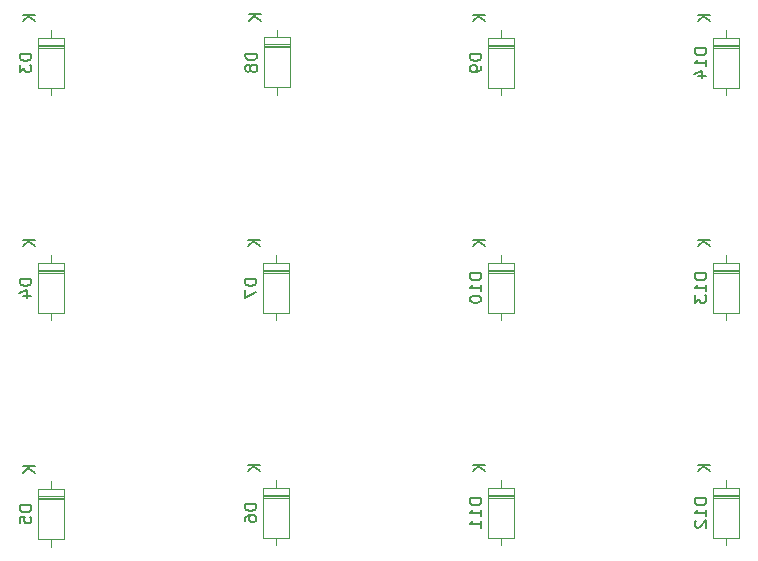
<source format=gbr>
%TF.GenerationSoftware,KiCad,Pcbnew,9.0.6*%
%TF.CreationDate,2025-11-30T21:38:08+01:00*%
%TF.ProjectId,Progetto1,50726f67-6574-4746-9f31-2e6b69636164,rev?*%
%TF.SameCoordinates,Original*%
%TF.FileFunction,Legend,Bot*%
%TF.FilePolarity,Positive*%
%FSLAX46Y46*%
G04 Gerber Fmt 4.6, Leading zero omitted, Abs format (unit mm)*
G04 Created by KiCad (PCBNEW 9.0.6) date 2025-11-30 21:38:08*
%MOMM*%
%LPD*%
G01*
G04 APERTURE LIST*
%ADD10C,0.150000*%
%ADD11C,0.120000*%
G04 APERTURE END LIST*
D10*
X135304819Y-73911905D02*
X134304819Y-73911905D01*
X134304819Y-73911905D02*
X134304819Y-74150000D01*
X134304819Y-74150000D02*
X134352438Y-74292857D01*
X134352438Y-74292857D02*
X134447676Y-74388095D01*
X134447676Y-74388095D02*
X134542914Y-74435714D01*
X134542914Y-74435714D02*
X134733390Y-74483333D01*
X134733390Y-74483333D02*
X134876247Y-74483333D01*
X134876247Y-74483333D02*
X135066723Y-74435714D01*
X135066723Y-74435714D02*
X135161961Y-74388095D01*
X135161961Y-74388095D02*
X135257200Y-74292857D01*
X135257200Y-74292857D02*
X135304819Y-74150000D01*
X135304819Y-74150000D02*
X135304819Y-73911905D01*
X134733390Y-75054762D02*
X134685771Y-74959524D01*
X134685771Y-74959524D02*
X134638152Y-74911905D01*
X134638152Y-74911905D02*
X134542914Y-74864286D01*
X134542914Y-74864286D02*
X134495295Y-74864286D01*
X134495295Y-74864286D02*
X134400057Y-74911905D01*
X134400057Y-74911905D02*
X134352438Y-74959524D01*
X134352438Y-74959524D02*
X134304819Y-75054762D01*
X134304819Y-75054762D02*
X134304819Y-75245238D01*
X134304819Y-75245238D02*
X134352438Y-75340476D01*
X134352438Y-75340476D02*
X134400057Y-75388095D01*
X134400057Y-75388095D02*
X134495295Y-75435714D01*
X134495295Y-75435714D02*
X134542914Y-75435714D01*
X134542914Y-75435714D02*
X134638152Y-75388095D01*
X134638152Y-75388095D02*
X134685771Y-75340476D01*
X134685771Y-75340476D02*
X134733390Y-75245238D01*
X134733390Y-75245238D02*
X134733390Y-75054762D01*
X134733390Y-75054762D02*
X134781009Y-74959524D01*
X134781009Y-74959524D02*
X134828628Y-74911905D01*
X134828628Y-74911905D02*
X134923866Y-74864286D01*
X134923866Y-74864286D02*
X135114342Y-74864286D01*
X135114342Y-74864286D02*
X135209580Y-74911905D01*
X135209580Y-74911905D02*
X135257200Y-74959524D01*
X135257200Y-74959524D02*
X135304819Y-75054762D01*
X135304819Y-75054762D02*
X135304819Y-75245238D01*
X135304819Y-75245238D02*
X135257200Y-75340476D01*
X135257200Y-75340476D02*
X135209580Y-75388095D01*
X135209580Y-75388095D02*
X135114342Y-75435714D01*
X135114342Y-75435714D02*
X134923866Y-75435714D01*
X134923866Y-75435714D02*
X134828628Y-75388095D01*
X134828628Y-75388095D02*
X134781009Y-75340476D01*
X134781009Y-75340476D02*
X134733390Y-75245238D01*
X135624819Y-70578095D02*
X134624819Y-70578095D01*
X135624819Y-71149523D02*
X135053390Y-70720952D01*
X134624819Y-71149523D02*
X135196247Y-70578095D01*
X173340819Y-92511714D02*
X172340819Y-92511714D01*
X172340819Y-92511714D02*
X172340819Y-92749809D01*
X172340819Y-92749809D02*
X172388438Y-92892666D01*
X172388438Y-92892666D02*
X172483676Y-92987904D01*
X172483676Y-92987904D02*
X172578914Y-93035523D01*
X172578914Y-93035523D02*
X172769390Y-93083142D01*
X172769390Y-93083142D02*
X172912247Y-93083142D01*
X172912247Y-93083142D02*
X173102723Y-93035523D01*
X173102723Y-93035523D02*
X173197961Y-92987904D01*
X173197961Y-92987904D02*
X173293200Y-92892666D01*
X173293200Y-92892666D02*
X173340819Y-92749809D01*
X173340819Y-92749809D02*
X173340819Y-92511714D01*
X173340819Y-94035523D02*
X173340819Y-93464095D01*
X173340819Y-93749809D02*
X172340819Y-93749809D01*
X172340819Y-93749809D02*
X172483676Y-93654571D01*
X172483676Y-93654571D02*
X172578914Y-93559333D01*
X172578914Y-93559333D02*
X172626533Y-93464095D01*
X172340819Y-94368857D02*
X172340819Y-94987904D01*
X172340819Y-94987904D02*
X172721771Y-94654571D01*
X172721771Y-94654571D02*
X172721771Y-94797428D01*
X172721771Y-94797428D02*
X172769390Y-94892666D01*
X172769390Y-94892666D02*
X172817009Y-94940285D01*
X172817009Y-94940285D02*
X172912247Y-94987904D01*
X172912247Y-94987904D02*
X173150342Y-94987904D01*
X173150342Y-94987904D02*
X173245580Y-94940285D01*
X173245580Y-94940285D02*
X173293200Y-94892666D01*
X173293200Y-94892666D02*
X173340819Y-94797428D01*
X173340819Y-94797428D02*
X173340819Y-94511714D01*
X173340819Y-94511714D02*
X173293200Y-94416476D01*
X173293200Y-94416476D02*
X173245580Y-94368857D01*
X173660819Y-89654095D02*
X172660819Y-89654095D01*
X173660819Y-90225523D02*
X173089390Y-89796952D01*
X172660819Y-90225523D02*
X173232247Y-89654095D01*
X116190819Y-112164905D02*
X115190819Y-112164905D01*
X115190819Y-112164905D02*
X115190819Y-112403000D01*
X115190819Y-112403000D02*
X115238438Y-112545857D01*
X115238438Y-112545857D02*
X115333676Y-112641095D01*
X115333676Y-112641095D02*
X115428914Y-112688714D01*
X115428914Y-112688714D02*
X115619390Y-112736333D01*
X115619390Y-112736333D02*
X115762247Y-112736333D01*
X115762247Y-112736333D02*
X115952723Y-112688714D01*
X115952723Y-112688714D02*
X116047961Y-112641095D01*
X116047961Y-112641095D02*
X116143200Y-112545857D01*
X116143200Y-112545857D02*
X116190819Y-112403000D01*
X116190819Y-112403000D02*
X116190819Y-112164905D01*
X115190819Y-113641095D02*
X115190819Y-113164905D01*
X115190819Y-113164905D02*
X115667009Y-113117286D01*
X115667009Y-113117286D02*
X115619390Y-113164905D01*
X115619390Y-113164905D02*
X115571771Y-113260143D01*
X115571771Y-113260143D02*
X115571771Y-113498238D01*
X115571771Y-113498238D02*
X115619390Y-113593476D01*
X115619390Y-113593476D02*
X115667009Y-113641095D01*
X115667009Y-113641095D02*
X115762247Y-113688714D01*
X115762247Y-113688714D02*
X116000342Y-113688714D01*
X116000342Y-113688714D02*
X116095580Y-113641095D01*
X116095580Y-113641095D02*
X116143200Y-113593476D01*
X116143200Y-113593476D02*
X116190819Y-113498238D01*
X116190819Y-113498238D02*
X116190819Y-113260143D01*
X116190819Y-113260143D02*
X116143200Y-113164905D01*
X116143200Y-113164905D02*
X116095580Y-113117286D01*
X116510819Y-108831095D02*
X115510819Y-108831095D01*
X116510819Y-109402523D02*
X115939390Y-108973952D01*
X115510819Y-109402523D02*
X116082247Y-108831095D01*
X154290819Y-92511714D02*
X153290819Y-92511714D01*
X153290819Y-92511714D02*
X153290819Y-92749809D01*
X153290819Y-92749809D02*
X153338438Y-92892666D01*
X153338438Y-92892666D02*
X153433676Y-92987904D01*
X153433676Y-92987904D02*
X153528914Y-93035523D01*
X153528914Y-93035523D02*
X153719390Y-93083142D01*
X153719390Y-93083142D02*
X153862247Y-93083142D01*
X153862247Y-93083142D02*
X154052723Y-93035523D01*
X154052723Y-93035523D02*
X154147961Y-92987904D01*
X154147961Y-92987904D02*
X154243200Y-92892666D01*
X154243200Y-92892666D02*
X154290819Y-92749809D01*
X154290819Y-92749809D02*
X154290819Y-92511714D01*
X154290819Y-94035523D02*
X154290819Y-93464095D01*
X154290819Y-93749809D02*
X153290819Y-93749809D01*
X153290819Y-93749809D02*
X153433676Y-93654571D01*
X153433676Y-93654571D02*
X153528914Y-93559333D01*
X153528914Y-93559333D02*
X153576533Y-93464095D01*
X153290819Y-94654571D02*
X153290819Y-94749809D01*
X153290819Y-94749809D02*
X153338438Y-94845047D01*
X153338438Y-94845047D02*
X153386057Y-94892666D01*
X153386057Y-94892666D02*
X153481295Y-94940285D01*
X153481295Y-94940285D02*
X153671771Y-94987904D01*
X153671771Y-94987904D02*
X153909866Y-94987904D01*
X153909866Y-94987904D02*
X154100342Y-94940285D01*
X154100342Y-94940285D02*
X154195580Y-94892666D01*
X154195580Y-94892666D02*
X154243200Y-94845047D01*
X154243200Y-94845047D02*
X154290819Y-94749809D01*
X154290819Y-94749809D02*
X154290819Y-94654571D01*
X154290819Y-94654571D02*
X154243200Y-94559333D01*
X154243200Y-94559333D02*
X154195580Y-94511714D01*
X154195580Y-94511714D02*
X154100342Y-94464095D01*
X154100342Y-94464095D02*
X153909866Y-94416476D01*
X153909866Y-94416476D02*
X153671771Y-94416476D01*
X153671771Y-94416476D02*
X153481295Y-94464095D01*
X153481295Y-94464095D02*
X153386057Y-94511714D01*
X153386057Y-94511714D02*
X153338438Y-94559333D01*
X153338438Y-94559333D02*
X153290819Y-94654571D01*
X154610819Y-89654095D02*
X153610819Y-89654095D01*
X154610819Y-90225523D02*
X154039390Y-89796952D01*
X153610819Y-90225523D02*
X154182247Y-89654095D01*
X135240819Y-112037905D02*
X134240819Y-112037905D01*
X134240819Y-112037905D02*
X134240819Y-112276000D01*
X134240819Y-112276000D02*
X134288438Y-112418857D01*
X134288438Y-112418857D02*
X134383676Y-112514095D01*
X134383676Y-112514095D02*
X134478914Y-112561714D01*
X134478914Y-112561714D02*
X134669390Y-112609333D01*
X134669390Y-112609333D02*
X134812247Y-112609333D01*
X134812247Y-112609333D02*
X135002723Y-112561714D01*
X135002723Y-112561714D02*
X135097961Y-112514095D01*
X135097961Y-112514095D02*
X135193200Y-112418857D01*
X135193200Y-112418857D02*
X135240819Y-112276000D01*
X135240819Y-112276000D02*
X135240819Y-112037905D01*
X134240819Y-113466476D02*
X134240819Y-113276000D01*
X134240819Y-113276000D02*
X134288438Y-113180762D01*
X134288438Y-113180762D02*
X134336057Y-113133143D01*
X134336057Y-113133143D02*
X134478914Y-113037905D01*
X134478914Y-113037905D02*
X134669390Y-112990286D01*
X134669390Y-112990286D02*
X135050342Y-112990286D01*
X135050342Y-112990286D02*
X135145580Y-113037905D01*
X135145580Y-113037905D02*
X135193200Y-113085524D01*
X135193200Y-113085524D02*
X135240819Y-113180762D01*
X135240819Y-113180762D02*
X135240819Y-113371238D01*
X135240819Y-113371238D02*
X135193200Y-113466476D01*
X135193200Y-113466476D02*
X135145580Y-113514095D01*
X135145580Y-113514095D02*
X135050342Y-113561714D01*
X135050342Y-113561714D02*
X134812247Y-113561714D01*
X134812247Y-113561714D02*
X134717009Y-113514095D01*
X134717009Y-113514095D02*
X134669390Y-113466476D01*
X134669390Y-113466476D02*
X134621771Y-113371238D01*
X134621771Y-113371238D02*
X134621771Y-113180762D01*
X134621771Y-113180762D02*
X134669390Y-113085524D01*
X134669390Y-113085524D02*
X134717009Y-113037905D01*
X134717009Y-113037905D02*
X134812247Y-112990286D01*
X135560819Y-108704095D02*
X134560819Y-108704095D01*
X135560819Y-109275523D02*
X134989390Y-108846952D01*
X134560819Y-109275523D02*
X135132247Y-108704095D01*
X154290819Y-73937905D02*
X153290819Y-73937905D01*
X153290819Y-73937905D02*
X153290819Y-74176000D01*
X153290819Y-74176000D02*
X153338438Y-74318857D01*
X153338438Y-74318857D02*
X153433676Y-74414095D01*
X153433676Y-74414095D02*
X153528914Y-74461714D01*
X153528914Y-74461714D02*
X153719390Y-74509333D01*
X153719390Y-74509333D02*
X153862247Y-74509333D01*
X153862247Y-74509333D02*
X154052723Y-74461714D01*
X154052723Y-74461714D02*
X154147961Y-74414095D01*
X154147961Y-74414095D02*
X154243200Y-74318857D01*
X154243200Y-74318857D02*
X154290819Y-74176000D01*
X154290819Y-74176000D02*
X154290819Y-73937905D01*
X154290819Y-74985524D02*
X154290819Y-75176000D01*
X154290819Y-75176000D02*
X154243200Y-75271238D01*
X154243200Y-75271238D02*
X154195580Y-75318857D01*
X154195580Y-75318857D02*
X154052723Y-75414095D01*
X154052723Y-75414095D02*
X153862247Y-75461714D01*
X153862247Y-75461714D02*
X153481295Y-75461714D01*
X153481295Y-75461714D02*
X153386057Y-75414095D01*
X153386057Y-75414095D02*
X153338438Y-75366476D01*
X153338438Y-75366476D02*
X153290819Y-75271238D01*
X153290819Y-75271238D02*
X153290819Y-75080762D01*
X153290819Y-75080762D02*
X153338438Y-74985524D01*
X153338438Y-74985524D02*
X153386057Y-74937905D01*
X153386057Y-74937905D02*
X153481295Y-74890286D01*
X153481295Y-74890286D02*
X153719390Y-74890286D01*
X153719390Y-74890286D02*
X153814628Y-74937905D01*
X153814628Y-74937905D02*
X153862247Y-74985524D01*
X153862247Y-74985524D02*
X153909866Y-75080762D01*
X153909866Y-75080762D02*
X153909866Y-75271238D01*
X153909866Y-75271238D02*
X153862247Y-75366476D01*
X153862247Y-75366476D02*
X153814628Y-75414095D01*
X153814628Y-75414095D02*
X153719390Y-75461714D01*
X154610819Y-70604095D02*
X153610819Y-70604095D01*
X154610819Y-71175523D02*
X154039390Y-70746952D01*
X153610819Y-71175523D02*
X154182247Y-70604095D01*
X173340819Y-73461714D02*
X172340819Y-73461714D01*
X172340819Y-73461714D02*
X172340819Y-73699809D01*
X172340819Y-73699809D02*
X172388438Y-73842666D01*
X172388438Y-73842666D02*
X172483676Y-73937904D01*
X172483676Y-73937904D02*
X172578914Y-73985523D01*
X172578914Y-73985523D02*
X172769390Y-74033142D01*
X172769390Y-74033142D02*
X172912247Y-74033142D01*
X172912247Y-74033142D02*
X173102723Y-73985523D01*
X173102723Y-73985523D02*
X173197961Y-73937904D01*
X173197961Y-73937904D02*
X173293200Y-73842666D01*
X173293200Y-73842666D02*
X173340819Y-73699809D01*
X173340819Y-73699809D02*
X173340819Y-73461714D01*
X173340819Y-74985523D02*
X173340819Y-74414095D01*
X173340819Y-74699809D02*
X172340819Y-74699809D01*
X172340819Y-74699809D02*
X172483676Y-74604571D01*
X172483676Y-74604571D02*
X172578914Y-74509333D01*
X172578914Y-74509333D02*
X172626533Y-74414095D01*
X172674152Y-75842666D02*
X173340819Y-75842666D01*
X172293200Y-75604571D02*
X173007485Y-75366476D01*
X173007485Y-75366476D02*
X173007485Y-75985523D01*
X173660819Y-70604095D02*
X172660819Y-70604095D01*
X173660819Y-71175523D02*
X173089390Y-70746952D01*
X172660819Y-71175523D02*
X173232247Y-70604095D01*
X135240819Y-92987905D02*
X134240819Y-92987905D01*
X134240819Y-92987905D02*
X134240819Y-93226000D01*
X134240819Y-93226000D02*
X134288438Y-93368857D01*
X134288438Y-93368857D02*
X134383676Y-93464095D01*
X134383676Y-93464095D02*
X134478914Y-93511714D01*
X134478914Y-93511714D02*
X134669390Y-93559333D01*
X134669390Y-93559333D02*
X134812247Y-93559333D01*
X134812247Y-93559333D02*
X135002723Y-93511714D01*
X135002723Y-93511714D02*
X135097961Y-93464095D01*
X135097961Y-93464095D02*
X135193200Y-93368857D01*
X135193200Y-93368857D02*
X135240819Y-93226000D01*
X135240819Y-93226000D02*
X135240819Y-92987905D01*
X134240819Y-93892667D02*
X134240819Y-94559333D01*
X134240819Y-94559333D02*
X135240819Y-94130762D01*
X135560819Y-89654095D02*
X134560819Y-89654095D01*
X135560819Y-90225523D02*
X134989390Y-89796952D01*
X134560819Y-90225523D02*
X135132247Y-89654095D01*
X173340819Y-111561714D02*
X172340819Y-111561714D01*
X172340819Y-111561714D02*
X172340819Y-111799809D01*
X172340819Y-111799809D02*
X172388438Y-111942666D01*
X172388438Y-111942666D02*
X172483676Y-112037904D01*
X172483676Y-112037904D02*
X172578914Y-112085523D01*
X172578914Y-112085523D02*
X172769390Y-112133142D01*
X172769390Y-112133142D02*
X172912247Y-112133142D01*
X172912247Y-112133142D02*
X173102723Y-112085523D01*
X173102723Y-112085523D02*
X173197961Y-112037904D01*
X173197961Y-112037904D02*
X173293200Y-111942666D01*
X173293200Y-111942666D02*
X173340819Y-111799809D01*
X173340819Y-111799809D02*
X173340819Y-111561714D01*
X173340819Y-113085523D02*
X173340819Y-112514095D01*
X173340819Y-112799809D02*
X172340819Y-112799809D01*
X172340819Y-112799809D02*
X172483676Y-112704571D01*
X172483676Y-112704571D02*
X172578914Y-112609333D01*
X172578914Y-112609333D02*
X172626533Y-112514095D01*
X172436057Y-113466476D02*
X172388438Y-113514095D01*
X172388438Y-113514095D02*
X172340819Y-113609333D01*
X172340819Y-113609333D02*
X172340819Y-113847428D01*
X172340819Y-113847428D02*
X172388438Y-113942666D01*
X172388438Y-113942666D02*
X172436057Y-113990285D01*
X172436057Y-113990285D02*
X172531295Y-114037904D01*
X172531295Y-114037904D02*
X172626533Y-114037904D01*
X172626533Y-114037904D02*
X172769390Y-113990285D01*
X172769390Y-113990285D02*
X173340819Y-113418857D01*
X173340819Y-113418857D02*
X173340819Y-114037904D01*
X173660819Y-108704095D02*
X172660819Y-108704095D01*
X173660819Y-109275523D02*
X173089390Y-108846952D01*
X172660819Y-109275523D02*
X173232247Y-108704095D01*
X154290819Y-111561714D02*
X153290819Y-111561714D01*
X153290819Y-111561714D02*
X153290819Y-111799809D01*
X153290819Y-111799809D02*
X153338438Y-111942666D01*
X153338438Y-111942666D02*
X153433676Y-112037904D01*
X153433676Y-112037904D02*
X153528914Y-112085523D01*
X153528914Y-112085523D02*
X153719390Y-112133142D01*
X153719390Y-112133142D02*
X153862247Y-112133142D01*
X153862247Y-112133142D02*
X154052723Y-112085523D01*
X154052723Y-112085523D02*
X154147961Y-112037904D01*
X154147961Y-112037904D02*
X154243200Y-111942666D01*
X154243200Y-111942666D02*
X154290819Y-111799809D01*
X154290819Y-111799809D02*
X154290819Y-111561714D01*
X154290819Y-113085523D02*
X154290819Y-112514095D01*
X154290819Y-112799809D02*
X153290819Y-112799809D01*
X153290819Y-112799809D02*
X153433676Y-112704571D01*
X153433676Y-112704571D02*
X153528914Y-112609333D01*
X153528914Y-112609333D02*
X153576533Y-112514095D01*
X154290819Y-114037904D02*
X154290819Y-113466476D01*
X154290819Y-113752190D02*
X153290819Y-113752190D01*
X153290819Y-113752190D02*
X153433676Y-113656952D01*
X153433676Y-113656952D02*
X153528914Y-113561714D01*
X153528914Y-113561714D02*
X153576533Y-113466476D01*
X154610819Y-108704095D02*
X153610819Y-108704095D01*
X154610819Y-109275523D02*
X154039390Y-108846952D01*
X153610819Y-109275523D02*
X154182247Y-108704095D01*
X116190819Y-73937905D02*
X115190819Y-73937905D01*
X115190819Y-73937905D02*
X115190819Y-74176000D01*
X115190819Y-74176000D02*
X115238438Y-74318857D01*
X115238438Y-74318857D02*
X115333676Y-74414095D01*
X115333676Y-74414095D02*
X115428914Y-74461714D01*
X115428914Y-74461714D02*
X115619390Y-74509333D01*
X115619390Y-74509333D02*
X115762247Y-74509333D01*
X115762247Y-74509333D02*
X115952723Y-74461714D01*
X115952723Y-74461714D02*
X116047961Y-74414095D01*
X116047961Y-74414095D02*
X116143200Y-74318857D01*
X116143200Y-74318857D02*
X116190819Y-74176000D01*
X116190819Y-74176000D02*
X116190819Y-73937905D01*
X115190819Y-74842667D02*
X115190819Y-75461714D01*
X115190819Y-75461714D02*
X115571771Y-75128381D01*
X115571771Y-75128381D02*
X115571771Y-75271238D01*
X115571771Y-75271238D02*
X115619390Y-75366476D01*
X115619390Y-75366476D02*
X115667009Y-75414095D01*
X115667009Y-75414095D02*
X115762247Y-75461714D01*
X115762247Y-75461714D02*
X116000342Y-75461714D01*
X116000342Y-75461714D02*
X116095580Y-75414095D01*
X116095580Y-75414095D02*
X116143200Y-75366476D01*
X116143200Y-75366476D02*
X116190819Y-75271238D01*
X116190819Y-75271238D02*
X116190819Y-74985524D01*
X116190819Y-74985524D02*
X116143200Y-74890286D01*
X116143200Y-74890286D02*
X116095580Y-74842667D01*
X116510819Y-70604095D02*
X115510819Y-70604095D01*
X116510819Y-71175523D02*
X115939390Y-70746952D01*
X115510819Y-71175523D02*
X116082247Y-70604095D01*
X116190819Y-92987905D02*
X115190819Y-92987905D01*
X115190819Y-92987905D02*
X115190819Y-93226000D01*
X115190819Y-93226000D02*
X115238438Y-93368857D01*
X115238438Y-93368857D02*
X115333676Y-93464095D01*
X115333676Y-93464095D02*
X115428914Y-93511714D01*
X115428914Y-93511714D02*
X115619390Y-93559333D01*
X115619390Y-93559333D02*
X115762247Y-93559333D01*
X115762247Y-93559333D02*
X115952723Y-93511714D01*
X115952723Y-93511714D02*
X116047961Y-93464095D01*
X116047961Y-93464095D02*
X116143200Y-93368857D01*
X116143200Y-93368857D02*
X116190819Y-93226000D01*
X116190819Y-93226000D02*
X116190819Y-92987905D01*
X115524152Y-94416476D02*
X116190819Y-94416476D01*
X115143200Y-94178381D02*
X115857485Y-93940286D01*
X115857485Y-93940286D02*
X115857485Y-94559333D01*
X116510819Y-89654095D02*
X115510819Y-89654095D01*
X116510819Y-90225523D02*
X115939390Y-89796952D01*
X115510819Y-90225523D02*
X116082247Y-89654095D01*
D11*
%TO.C,D8*%
X135850000Y-73130000D02*
X138090000Y-73130000D01*
X135850000Y-73250000D02*
X138090000Y-73250000D01*
X135850000Y-73370000D02*
X138090000Y-73370000D01*
X136970000Y-71880000D02*
X136970000Y-72530000D01*
X136970000Y-77420000D02*
X136970000Y-76770000D01*
X135850000Y-72530000D02*
X138090000Y-72530000D01*
X138090000Y-76770000D01*
X135850000Y-76770000D01*
X135850000Y-72530000D01*
%TO.C,D13*%
X173886000Y-92206000D02*
X176126000Y-92206000D01*
X173886000Y-92326000D02*
X176126000Y-92326000D01*
X173886000Y-92446000D02*
X176126000Y-92446000D01*
X175006000Y-90956000D02*
X175006000Y-91606000D01*
X175006000Y-96496000D02*
X175006000Y-95846000D01*
X173886000Y-91606000D02*
X176126000Y-91606000D01*
X176126000Y-95846000D01*
X173886000Y-95846000D01*
X173886000Y-91606000D01*
%TO.C,D5*%
X116736000Y-111383000D02*
X118976000Y-111383000D01*
X116736000Y-111503000D02*
X118976000Y-111503000D01*
X116736000Y-111623000D02*
X118976000Y-111623000D01*
X117856000Y-110133000D02*
X117856000Y-110783000D01*
X117856000Y-115673000D02*
X117856000Y-115023000D01*
X116736000Y-110783000D02*
X118976000Y-110783000D01*
X118976000Y-115023000D01*
X116736000Y-115023000D01*
X116736000Y-110783000D01*
%TO.C,D10*%
X154836000Y-92206000D02*
X157076000Y-92206000D01*
X154836000Y-92326000D02*
X157076000Y-92326000D01*
X154836000Y-92446000D02*
X157076000Y-92446000D01*
X155956000Y-90956000D02*
X155956000Y-91606000D01*
X155956000Y-96496000D02*
X155956000Y-95846000D01*
X154836000Y-91606000D02*
X157076000Y-91606000D01*
X157076000Y-95846000D01*
X154836000Y-95846000D01*
X154836000Y-91606000D01*
%TO.C,D6*%
X135786000Y-111256000D02*
X138026000Y-111256000D01*
X135786000Y-111376000D02*
X138026000Y-111376000D01*
X135786000Y-111496000D02*
X138026000Y-111496000D01*
X136906000Y-110006000D02*
X136906000Y-110656000D01*
X136906000Y-115546000D02*
X136906000Y-114896000D01*
X135786000Y-110656000D02*
X138026000Y-110656000D01*
X138026000Y-114896000D01*
X135786000Y-114896000D01*
X135786000Y-110656000D01*
%TO.C,D9*%
X154836000Y-73156000D02*
X157076000Y-73156000D01*
X154836000Y-73276000D02*
X157076000Y-73276000D01*
X154836000Y-73396000D02*
X157076000Y-73396000D01*
X155956000Y-71906000D02*
X155956000Y-72556000D01*
X155956000Y-77446000D02*
X155956000Y-76796000D01*
X154836000Y-72556000D02*
X157076000Y-72556000D01*
X157076000Y-76796000D01*
X154836000Y-76796000D01*
X154836000Y-72556000D01*
%TO.C,D14*%
X173886000Y-73156000D02*
X176126000Y-73156000D01*
X173886000Y-73276000D02*
X176126000Y-73276000D01*
X173886000Y-73396000D02*
X176126000Y-73396000D01*
X175006000Y-71906000D02*
X175006000Y-72556000D01*
X175006000Y-77446000D02*
X175006000Y-76796000D01*
X173886000Y-72556000D02*
X176126000Y-72556000D01*
X176126000Y-76796000D01*
X173886000Y-76796000D01*
X173886000Y-72556000D01*
%TO.C,D7*%
X135786000Y-92206000D02*
X138026000Y-92206000D01*
X135786000Y-92326000D02*
X138026000Y-92326000D01*
X135786000Y-92446000D02*
X138026000Y-92446000D01*
X136906000Y-90956000D02*
X136906000Y-91606000D01*
X136906000Y-96496000D02*
X136906000Y-95846000D01*
X135786000Y-91606000D02*
X138026000Y-91606000D01*
X138026000Y-95846000D01*
X135786000Y-95846000D01*
X135786000Y-91606000D01*
%TO.C,D12*%
X173886000Y-111256000D02*
X176126000Y-111256000D01*
X173886000Y-111376000D02*
X176126000Y-111376000D01*
X173886000Y-111496000D02*
X176126000Y-111496000D01*
X175006000Y-110006000D02*
X175006000Y-110656000D01*
X175006000Y-115546000D02*
X175006000Y-114896000D01*
X173886000Y-110656000D02*
X176126000Y-110656000D01*
X176126000Y-114896000D01*
X173886000Y-114896000D01*
X173886000Y-110656000D01*
%TO.C,D11*%
X154836000Y-111256000D02*
X157076000Y-111256000D01*
X154836000Y-111376000D02*
X157076000Y-111376000D01*
X154836000Y-111496000D02*
X157076000Y-111496000D01*
X155956000Y-110006000D02*
X155956000Y-110656000D01*
X155956000Y-115546000D02*
X155956000Y-114896000D01*
X154836000Y-110656000D02*
X157076000Y-110656000D01*
X157076000Y-114896000D01*
X154836000Y-114896000D01*
X154836000Y-110656000D01*
%TO.C,D3*%
X116736000Y-73156000D02*
X118976000Y-73156000D01*
X116736000Y-73276000D02*
X118976000Y-73276000D01*
X116736000Y-73396000D02*
X118976000Y-73396000D01*
X117856000Y-71906000D02*
X117856000Y-72556000D01*
X117856000Y-77446000D02*
X117856000Y-76796000D01*
X116736000Y-72556000D02*
X118976000Y-72556000D01*
X118976000Y-76796000D01*
X116736000Y-76796000D01*
X116736000Y-72556000D01*
%TO.C,D4*%
X116736000Y-92206000D02*
X118976000Y-92206000D01*
X116736000Y-92326000D02*
X118976000Y-92326000D01*
X116736000Y-92446000D02*
X118976000Y-92446000D01*
X117856000Y-90956000D02*
X117856000Y-91606000D01*
X117856000Y-96496000D02*
X117856000Y-95846000D01*
X116736000Y-91606000D02*
X118976000Y-91606000D01*
X118976000Y-95846000D01*
X116736000Y-95846000D01*
X116736000Y-91606000D01*
%TD*%
M02*

</source>
